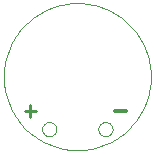
<source format=gto>
G75*
%MOIN*%
%OFA0B0*%
%FSLAX24Y24*%
%IPPOS*%
%LPD*%
%AMOC8*
5,1,8,0,0,1.08239X$1,22.5*
%
%ADD10C,0.0000*%
%ADD11C,0.0010*%
%ADD12C,0.0110*%
%ADD13C,0.0130*%
D10*
X001396Y001875D02*
X001398Y001905D01*
X001404Y001935D01*
X001413Y001964D01*
X001426Y001991D01*
X001443Y002016D01*
X001462Y002039D01*
X001485Y002060D01*
X001510Y002077D01*
X001536Y002091D01*
X001565Y002101D01*
X001594Y002108D01*
X001624Y002111D01*
X001655Y002110D01*
X001685Y002105D01*
X001714Y002096D01*
X001741Y002084D01*
X001767Y002069D01*
X001791Y002050D01*
X001812Y002028D01*
X001830Y002004D01*
X001845Y001977D01*
X001856Y001949D01*
X001864Y001920D01*
X001868Y001890D01*
X001868Y001860D01*
X001864Y001830D01*
X001856Y001801D01*
X001845Y001773D01*
X001830Y001746D01*
X001812Y001722D01*
X001791Y001700D01*
X001767Y001681D01*
X001741Y001666D01*
X001714Y001654D01*
X001685Y001645D01*
X001655Y001640D01*
X001624Y001639D01*
X001594Y001642D01*
X001565Y001649D01*
X001536Y001659D01*
X001510Y001673D01*
X001485Y001690D01*
X001462Y001711D01*
X001443Y001734D01*
X001426Y001759D01*
X001413Y001786D01*
X001404Y001815D01*
X001398Y001845D01*
X001396Y001875D01*
X003271Y001875D02*
X003273Y001905D01*
X003279Y001935D01*
X003288Y001964D01*
X003301Y001991D01*
X003318Y002016D01*
X003337Y002039D01*
X003360Y002060D01*
X003385Y002077D01*
X003411Y002091D01*
X003440Y002101D01*
X003469Y002108D01*
X003499Y002111D01*
X003530Y002110D01*
X003560Y002105D01*
X003589Y002096D01*
X003616Y002084D01*
X003642Y002069D01*
X003666Y002050D01*
X003687Y002028D01*
X003705Y002004D01*
X003720Y001977D01*
X003731Y001949D01*
X003739Y001920D01*
X003743Y001890D01*
X003743Y001860D01*
X003739Y001830D01*
X003731Y001801D01*
X003720Y001773D01*
X003705Y001746D01*
X003687Y001722D01*
X003666Y001700D01*
X003642Y001681D01*
X003616Y001666D01*
X003589Y001654D01*
X003560Y001645D01*
X003530Y001640D01*
X003499Y001639D01*
X003469Y001642D01*
X003440Y001649D01*
X003411Y001659D01*
X003385Y001673D01*
X003360Y001690D01*
X003337Y001711D01*
X003318Y001734D01*
X003301Y001759D01*
X003288Y001786D01*
X003279Y001815D01*
X003273Y001845D01*
X003271Y001875D01*
D11*
X000119Y003625D02*
X000121Y003724D01*
X000127Y003822D01*
X000137Y003920D01*
X000151Y004018D01*
X000169Y004115D01*
X000190Y004211D01*
X000216Y004307D01*
X000245Y004401D01*
X000278Y004494D01*
X000315Y004585D01*
X000356Y004675D01*
X000400Y004764D01*
X000447Y004850D01*
X000498Y004934D01*
X000553Y005017D01*
X000610Y005097D01*
X000671Y005174D01*
X000735Y005250D01*
X000802Y005322D01*
X000872Y005392D01*
X000944Y005459D01*
X001020Y005523D01*
X001097Y005584D01*
X001177Y005641D01*
X001260Y005696D01*
X001344Y005747D01*
X001430Y005794D01*
X001519Y005838D01*
X001609Y005879D01*
X001700Y005916D01*
X001793Y005949D01*
X001887Y005978D01*
X001983Y006004D01*
X002079Y006025D01*
X002176Y006043D01*
X002274Y006057D01*
X002372Y006067D01*
X002470Y006073D01*
X002569Y006075D01*
X002668Y006073D01*
X002766Y006067D01*
X002864Y006057D01*
X002962Y006043D01*
X003059Y006025D01*
X003155Y006004D01*
X003251Y005978D01*
X003345Y005949D01*
X003438Y005916D01*
X003529Y005879D01*
X003619Y005838D01*
X003708Y005794D01*
X003794Y005747D01*
X003878Y005696D01*
X003961Y005641D01*
X004041Y005584D01*
X004118Y005523D01*
X004194Y005459D01*
X004266Y005392D01*
X004336Y005322D01*
X004403Y005250D01*
X004467Y005174D01*
X004528Y005097D01*
X004585Y005017D01*
X004640Y004934D01*
X004691Y004850D01*
X004738Y004764D01*
X004782Y004675D01*
X004823Y004585D01*
X004860Y004494D01*
X004893Y004401D01*
X004922Y004307D01*
X004948Y004211D01*
X004969Y004115D01*
X004987Y004018D01*
X005001Y003920D01*
X005011Y003822D01*
X005017Y003724D01*
X005019Y003625D01*
X005017Y003526D01*
X005011Y003428D01*
X005001Y003330D01*
X004987Y003232D01*
X004969Y003135D01*
X004948Y003039D01*
X004922Y002943D01*
X004893Y002849D01*
X004860Y002756D01*
X004823Y002665D01*
X004782Y002575D01*
X004738Y002486D01*
X004691Y002400D01*
X004640Y002316D01*
X004585Y002233D01*
X004528Y002153D01*
X004467Y002076D01*
X004403Y002000D01*
X004336Y001928D01*
X004266Y001858D01*
X004194Y001791D01*
X004118Y001727D01*
X004041Y001666D01*
X003961Y001609D01*
X003878Y001554D01*
X003794Y001503D01*
X003708Y001456D01*
X003619Y001412D01*
X003529Y001371D01*
X003438Y001334D01*
X003345Y001301D01*
X003251Y001272D01*
X003155Y001246D01*
X003059Y001225D01*
X002962Y001207D01*
X002864Y001193D01*
X002766Y001183D01*
X002668Y001177D01*
X002569Y001175D01*
X002470Y001177D01*
X002372Y001183D01*
X002274Y001193D01*
X002176Y001207D01*
X002079Y001225D01*
X001983Y001246D01*
X001887Y001272D01*
X001793Y001301D01*
X001700Y001334D01*
X001609Y001371D01*
X001519Y001412D01*
X001430Y001456D01*
X001344Y001503D01*
X001260Y001554D01*
X001177Y001609D01*
X001097Y001666D01*
X001020Y001727D01*
X000944Y001791D01*
X000872Y001858D01*
X000802Y001928D01*
X000735Y002000D01*
X000671Y002076D01*
X000610Y002153D01*
X000553Y002233D01*
X000498Y002316D01*
X000447Y002400D01*
X000400Y002486D01*
X000356Y002575D01*
X000315Y002665D01*
X000278Y002756D01*
X000245Y002849D01*
X000216Y002943D01*
X000190Y003039D01*
X000169Y003135D01*
X000151Y003232D01*
X000137Y003330D01*
X000127Y003428D01*
X000121Y003526D01*
X000119Y003625D01*
D12*
X001005Y002672D02*
X001005Y002278D01*
X001202Y002475D02*
X000808Y002475D01*
D13*
X003812Y002475D02*
X004192Y002475D01*
M02*

</source>
